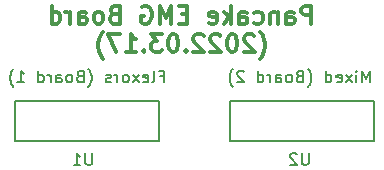
<source format=gbr>
%TF.GenerationSoftware,KiCad,Pcbnew,(6.0.4)*%
%TF.CreationDate,2022-04-14T15:14:52-05:00*%
%TF.ProjectId,Pancake_Wireless_EMG,50616e63-616b-4655-9f57-6972656c6573,rev?*%
%TF.SameCoordinates,Original*%
%TF.FileFunction,Legend,Bot*%
%TF.FilePolarity,Positive*%
%FSLAX46Y46*%
G04 Gerber Fmt 4.6, Leading zero omitted, Abs format (unit mm)*
G04 Created by KiCad (PCBNEW (6.0.4)) date 2022-04-14 15:14:52*
%MOMM*%
%LPD*%
G01*
G04 APERTURE LIST*
%ADD10C,0.300000*%
%ADD11C,0.150000*%
%ADD12C,0.200000*%
G04 APERTURE END LIST*
D10*
X158000000Y-79471071D02*
X158000000Y-77971071D01*
X157428571Y-77971071D01*
X157285714Y-78042500D01*
X157214285Y-78113928D01*
X157142857Y-78256785D01*
X157142857Y-78471071D01*
X157214285Y-78613928D01*
X157285714Y-78685357D01*
X157428571Y-78756785D01*
X158000000Y-78756785D01*
X155857142Y-79471071D02*
X155857142Y-78685357D01*
X155928571Y-78542500D01*
X156071428Y-78471071D01*
X156357142Y-78471071D01*
X156500000Y-78542500D01*
X155857142Y-79399642D02*
X156000000Y-79471071D01*
X156357142Y-79471071D01*
X156500000Y-79399642D01*
X156571428Y-79256785D01*
X156571428Y-79113928D01*
X156500000Y-78971071D01*
X156357142Y-78899642D01*
X156000000Y-78899642D01*
X155857142Y-78828214D01*
X155142857Y-78471071D02*
X155142857Y-79471071D01*
X155142857Y-78613928D02*
X155071428Y-78542500D01*
X154928571Y-78471071D01*
X154714285Y-78471071D01*
X154571428Y-78542500D01*
X154500000Y-78685357D01*
X154500000Y-79471071D01*
X153142857Y-79399642D02*
X153285714Y-79471071D01*
X153571428Y-79471071D01*
X153714285Y-79399642D01*
X153785714Y-79328214D01*
X153857142Y-79185357D01*
X153857142Y-78756785D01*
X153785714Y-78613928D01*
X153714285Y-78542500D01*
X153571428Y-78471071D01*
X153285714Y-78471071D01*
X153142857Y-78542500D01*
X151857142Y-79471071D02*
X151857142Y-78685357D01*
X151928571Y-78542500D01*
X152071428Y-78471071D01*
X152357142Y-78471071D01*
X152500000Y-78542500D01*
X151857142Y-79399642D02*
X152000000Y-79471071D01*
X152357142Y-79471071D01*
X152500000Y-79399642D01*
X152571428Y-79256785D01*
X152571428Y-79113928D01*
X152500000Y-78971071D01*
X152357142Y-78899642D01*
X152000000Y-78899642D01*
X151857142Y-78828214D01*
X151142857Y-79471071D02*
X151142857Y-77971071D01*
X151000000Y-78899642D02*
X150571428Y-79471071D01*
X150571428Y-78471071D02*
X151142857Y-79042500D01*
X149357142Y-79399642D02*
X149500000Y-79471071D01*
X149785714Y-79471071D01*
X149928571Y-79399642D01*
X150000000Y-79256785D01*
X150000000Y-78685357D01*
X149928571Y-78542500D01*
X149785714Y-78471071D01*
X149500000Y-78471071D01*
X149357142Y-78542500D01*
X149285714Y-78685357D01*
X149285714Y-78828214D01*
X150000000Y-78971071D01*
X147500000Y-78685357D02*
X147000000Y-78685357D01*
X146785714Y-79471071D02*
X147500000Y-79471071D01*
X147500000Y-77971071D01*
X146785714Y-77971071D01*
X146142857Y-79471071D02*
X146142857Y-77971071D01*
X145642857Y-79042500D01*
X145142857Y-77971071D01*
X145142857Y-79471071D01*
X143642857Y-78042500D02*
X143785714Y-77971071D01*
X144000000Y-77971071D01*
X144214285Y-78042500D01*
X144357142Y-78185357D01*
X144428571Y-78328214D01*
X144500000Y-78613928D01*
X144500000Y-78828214D01*
X144428571Y-79113928D01*
X144357142Y-79256785D01*
X144214285Y-79399642D01*
X144000000Y-79471071D01*
X143857142Y-79471071D01*
X143642857Y-79399642D01*
X143571428Y-79328214D01*
X143571428Y-78828214D01*
X143857142Y-78828214D01*
X141285714Y-78685357D02*
X141071428Y-78756785D01*
X141000000Y-78828214D01*
X140928571Y-78971071D01*
X140928571Y-79185357D01*
X141000000Y-79328214D01*
X141071428Y-79399642D01*
X141214285Y-79471071D01*
X141785714Y-79471071D01*
X141785714Y-77971071D01*
X141285714Y-77971071D01*
X141142857Y-78042500D01*
X141071428Y-78113928D01*
X141000000Y-78256785D01*
X141000000Y-78399642D01*
X141071428Y-78542500D01*
X141142857Y-78613928D01*
X141285714Y-78685357D01*
X141785714Y-78685357D01*
X140071428Y-79471071D02*
X140214285Y-79399642D01*
X140285714Y-79328214D01*
X140357142Y-79185357D01*
X140357142Y-78756785D01*
X140285714Y-78613928D01*
X140214285Y-78542500D01*
X140071428Y-78471071D01*
X139857142Y-78471071D01*
X139714285Y-78542500D01*
X139642857Y-78613928D01*
X139571428Y-78756785D01*
X139571428Y-79185357D01*
X139642857Y-79328214D01*
X139714285Y-79399642D01*
X139857142Y-79471071D01*
X140071428Y-79471071D01*
X138285714Y-79471071D02*
X138285714Y-78685357D01*
X138357142Y-78542500D01*
X138500000Y-78471071D01*
X138785714Y-78471071D01*
X138928571Y-78542500D01*
X138285714Y-79399642D02*
X138428571Y-79471071D01*
X138785714Y-79471071D01*
X138928571Y-79399642D01*
X139000000Y-79256785D01*
X139000000Y-79113928D01*
X138928571Y-78971071D01*
X138785714Y-78899642D01*
X138428571Y-78899642D01*
X138285714Y-78828214D01*
X137571428Y-79471071D02*
X137571428Y-78471071D01*
X137571428Y-78756785D02*
X137500000Y-78613928D01*
X137428571Y-78542500D01*
X137285714Y-78471071D01*
X137142857Y-78471071D01*
X136000000Y-79471071D02*
X136000000Y-77971071D01*
X136000000Y-79399642D02*
X136142857Y-79471071D01*
X136428571Y-79471071D01*
X136571428Y-79399642D01*
X136642857Y-79328214D01*
X136714285Y-79185357D01*
X136714285Y-78756785D01*
X136642857Y-78613928D01*
X136571428Y-78542500D01*
X136428571Y-78471071D01*
X136142857Y-78471071D01*
X136000000Y-78542500D01*
X153642857Y-82457500D02*
X153714285Y-82386071D01*
X153857142Y-82171785D01*
X153928571Y-82028928D01*
X154000000Y-81814642D01*
X154071428Y-81457500D01*
X154071428Y-81171785D01*
X154000000Y-80814642D01*
X153928571Y-80600357D01*
X153857142Y-80457500D01*
X153714285Y-80243214D01*
X153642857Y-80171785D01*
X153142857Y-80528928D02*
X153071428Y-80457500D01*
X152928571Y-80386071D01*
X152571428Y-80386071D01*
X152428571Y-80457500D01*
X152357142Y-80528928D01*
X152285714Y-80671785D01*
X152285714Y-80814642D01*
X152357142Y-81028928D01*
X153214285Y-81886071D01*
X152285714Y-81886071D01*
X151357142Y-80386071D02*
X151214285Y-80386071D01*
X151071428Y-80457500D01*
X151000000Y-80528928D01*
X150928571Y-80671785D01*
X150857142Y-80957500D01*
X150857142Y-81314642D01*
X150928571Y-81600357D01*
X151000000Y-81743214D01*
X151071428Y-81814642D01*
X151214285Y-81886071D01*
X151357142Y-81886071D01*
X151500000Y-81814642D01*
X151571428Y-81743214D01*
X151642857Y-81600357D01*
X151714285Y-81314642D01*
X151714285Y-80957500D01*
X151642857Y-80671785D01*
X151571428Y-80528928D01*
X151500000Y-80457500D01*
X151357142Y-80386071D01*
X150285714Y-80528928D02*
X150214285Y-80457500D01*
X150071428Y-80386071D01*
X149714285Y-80386071D01*
X149571428Y-80457500D01*
X149500000Y-80528928D01*
X149428571Y-80671785D01*
X149428571Y-80814642D01*
X149500000Y-81028928D01*
X150357142Y-81886071D01*
X149428571Y-81886071D01*
X148857142Y-80528928D02*
X148785714Y-80457500D01*
X148642857Y-80386071D01*
X148285714Y-80386071D01*
X148142857Y-80457500D01*
X148071428Y-80528928D01*
X148000000Y-80671785D01*
X148000000Y-80814642D01*
X148071428Y-81028928D01*
X148928571Y-81886071D01*
X148000000Y-81886071D01*
X147357142Y-81743214D02*
X147285714Y-81814642D01*
X147357142Y-81886071D01*
X147428571Y-81814642D01*
X147357142Y-81743214D01*
X147357142Y-81886071D01*
X146357142Y-80386071D02*
X146214285Y-80386071D01*
X146071428Y-80457500D01*
X146000000Y-80528928D01*
X145928571Y-80671785D01*
X145857142Y-80957500D01*
X145857142Y-81314642D01*
X145928571Y-81600357D01*
X146000000Y-81743214D01*
X146071428Y-81814642D01*
X146214285Y-81886071D01*
X146357142Y-81886071D01*
X146500000Y-81814642D01*
X146571428Y-81743214D01*
X146642857Y-81600357D01*
X146714285Y-81314642D01*
X146714285Y-80957500D01*
X146642857Y-80671785D01*
X146571428Y-80528928D01*
X146500000Y-80457500D01*
X146357142Y-80386071D01*
X145357142Y-80386071D02*
X144428571Y-80386071D01*
X144928571Y-80957500D01*
X144714285Y-80957500D01*
X144571428Y-81028928D01*
X144500000Y-81100357D01*
X144428571Y-81243214D01*
X144428571Y-81600357D01*
X144500000Y-81743214D01*
X144571428Y-81814642D01*
X144714285Y-81886071D01*
X145142857Y-81886071D01*
X145285714Y-81814642D01*
X145357142Y-81743214D01*
X143785714Y-81743214D02*
X143714285Y-81814642D01*
X143785714Y-81886071D01*
X143857142Y-81814642D01*
X143785714Y-81743214D01*
X143785714Y-81886071D01*
X142285714Y-81886071D02*
X143142857Y-81886071D01*
X142714285Y-81886071D02*
X142714285Y-80386071D01*
X142857142Y-80600357D01*
X143000000Y-80743214D01*
X143142857Y-80814642D01*
X141785714Y-80386071D02*
X140785714Y-80386071D01*
X141428571Y-81886071D01*
X140357142Y-82457500D02*
X140285714Y-82386071D01*
X140142857Y-82171785D01*
X140071428Y-82028928D01*
X140000000Y-81814642D01*
X139928571Y-81457500D01*
X139928571Y-81171785D01*
X140000000Y-80814642D01*
X140071428Y-80600357D01*
X140142857Y-80457500D01*
X140285714Y-80243214D01*
X140357142Y-80171785D01*
D11*
X162928571Y-84452380D02*
X162928571Y-83452380D01*
X162595238Y-84166666D01*
X162261904Y-83452380D01*
X162261904Y-84452380D01*
X161785714Y-84452380D02*
X161785714Y-83785714D01*
X161785714Y-83452380D02*
X161833333Y-83500000D01*
X161785714Y-83547619D01*
X161738095Y-83500000D01*
X161785714Y-83452380D01*
X161785714Y-83547619D01*
X161404761Y-84452380D02*
X160880952Y-83785714D01*
X161404761Y-83785714D02*
X160880952Y-84452380D01*
X160119047Y-84404761D02*
X160214285Y-84452380D01*
X160404761Y-84452380D01*
X160500000Y-84404761D01*
X160547619Y-84309523D01*
X160547619Y-83928571D01*
X160500000Y-83833333D01*
X160404761Y-83785714D01*
X160214285Y-83785714D01*
X160119047Y-83833333D01*
X160071428Y-83928571D01*
X160071428Y-84023809D01*
X160547619Y-84119047D01*
X159214285Y-84452380D02*
X159214285Y-83452380D01*
X159214285Y-84404761D02*
X159309523Y-84452380D01*
X159500000Y-84452380D01*
X159595238Y-84404761D01*
X159642857Y-84357142D01*
X159690476Y-84261904D01*
X159690476Y-83976190D01*
X159642857Y-83880952D01*
X159595238Y-83833333D01*
X159500000Y-83785714D01*
X159309523Y-83785714D01*
X159214285Y-83833333D01*
X157690476Y-84833333D02*
X157738095Y-84785714D01*
X157833333Y-84642857D01*
X157880952Y-84547619D01*
X157928571Y-84404761D01*
X157976190Y-84166666D01*
X157976190Y-83976190D01*
X157928571Y-83738095D01*
X157880952Y-83595238D01*
X157833333Y-83500000D01*
X157738095Y-83357142D01*
X157690476Y-83309523D01*
X156976190Y-83928571D02*
X156833333Y-83976190D01*
X156785714Y-84023809D01*
X156738095Y-84119047D01*
X156738095Y-84261904D01*
X156785714Y-84357142D01*
X156833333Y-84404761D01*
X156928571Y-84452380D01*
X157309523Y-84452380D01*
X157309523Y-83452380D01*
X156976190Y-83452380D01*
X156880952Y-83500000D01*
X156833333Y-83547619D01*
X156785714Y-83642857D01*
X156785714Y-83738095D01*
X156833333Y-83833333D01*
X156880952Y-83880952D01*
X156976190Y-83928571D01*
X157309523Y-83928571D01*
X156166666Y-84452380D02*
X156261904Y-84404761D01*
X156309523Y-84357142D01*
X156357142Y-84261904D01*
X156357142Y-83976190D01*
X156309523Y-83880952D01*
X156261904Y-83833333D01*
X156166666Y-83785714D01*
X156023809Y-83785714D01*
X155928571Y-83833333D01*
X155880952Y-83880952D01*
X155833333Y-83976190D01*
X155833333Y-84261904D01*
X155880952Y-84357142D01*
X155928571Y-84404761D01*
X156023809Y-84452380D01*
X156166666Y-84452380D01*
X154976190Y-84452380D02*
X154976190Y-83928571D01*
X155023809Y-83833333D01*
X155119047Y-83785714D01*
X155309523Y-83785714D01*
X155404761Y-83833333D01*
X154976190Y-84404761D02*
X155071428Y-84452380D01*
X155309523Y-84452380D01*
X155404761Y-84404761D01*
X155452380Y-84309523D01*
X155452380Y-84214285D01*
X155404761Y-84119047D01*
X155309523Y-84071428D01*
X155071428Y-84071428D01*
X154976190Y-84023809D01*
X154500000Y-84452380D02*
X154500000Y-83785714D01*
X154500000Y-83976190D02*
X154452380Y-83880952D01*
X154404761Y-83833333D01*
X154309523Y-83785714D01*
X154214285Y-83785714D01*
X153452380Y-84452380D02*
X153452380Y-83452380D01*
X153452380Y-84404761D02*
X153547619Y-84452380D01*
X153738095Y-84452380D01*
X153833333Y-84404761D01*
X153880952Y-84357142D01*
X153928571Y-84261904D01*
X153928571Y-83976190D01*
X153880952Y-83880952D01*
X153833333Y-83833333D01*
X153738095Y-83785714D01*
X153547619Y-83785714D01*
X153452380Y-83833333D01*
X152261904Y-83547619D02*
X152214285Y-83500000D01*
X152119047Y-83452380D01*
X151880952Y-83452380D01*
X151785714Y-83500000D01*
X151738095Y-83547619D01*
X151690476Y-83642857D01*
X151690476Y-83738095D01*
X151738095Y-83880952D01*
X152309523Y-84452380D01*
X151690476Y-84452380D01*
X151357142Y-84833333D02*
X151309523Y-84785714D01*
X151214285Y-84642857D01*
X151166666Y-84547619D01*
X151119047Y-84404761D01*
X151071428Y-84166666D01*
X151071428Y-83976190D01*
X151119047Y-83738095D01*
X151166666Y-83595238D01*
X151214285Y-83500000D01*
X151309523Y-83357142D01*
X151357142Y-83309523D01*
X145190476Y-83928571D02*
X145523809Y-83928571D01*
X145523809Y-84452380D02*
X145523809Y-83452380D01*
X145047619Y-83452380D01*
X144523809Y-84452380D02*
X144619047Y-84404761D01*
X144666666Y-84309523D01*
X144666666Y-83452380D01*
X143761904Y-84404761D02*
X143857142Y-84452380D01*
X144047619Y-84452380D01*
X144142857Y-84404761D01*
X144190476Y-84309523D01*
X144190476Y-83928571D01*
X144142857Y-83833333D01*
X144047619Y-83785714D01*
X143857142Y-83785714D01*
X143761904Y-83833333D01*
X143714285Y-83928571D01*
X143714285Y-84023809D01*
X144190476Y-84119047D01*
X143380952Y-84452380D02*
X142857142Y-83785714D01*
X143380952Y-83785714D02*
X142857142Y-84452380D01*
X142333333Y-84452380D02*
X142428571Y-84404761D01*
X142476190Y-84357142D01*
X142523809Y-84261904D01*
X142523809Y-83976190D01*
X142476190Y-83880952D01*
X142428571Y-83833333D01*
X142333333Y-83785714D01*
X142190476Y-83785714D01*
X142095238Y-83833333D01*
X142047619Y-83880952D01*
X142000000Y-83976190D01*
X142000000Y-84261904D01*
X142047619Y-84357142D01*
X142095238Y-84404761D01*
X142190476Y-84452380D01*
X142333333Y-84452380D01*
X141571428Y-84452380D02*
X141571428Y-83785714D01*
X141571428Y-83976190D02*
X141523809Y-83880952D01*
X141476190Y-83833333D01*
X141380952Y-83785714D01*
X141285714Y-83785714D01*
X141000000Y-84404761D02*
X140904761Y-84452380D01*
X140714285Y-84452380D01*
X140619047Y-84404761D01*
X140571428Y-84309523D01*
X140571428Y-84261904D01*
X140619047Y-84166666D01*
X140714285Y-84119047D01*
X140857142Y-84119047D01*
X140952380Y-84071428D01*
X141000000Y-83976190D01*
X141000000Y-83928571D01*
X140952380Y-83833333D01*
X140857142Y-83785714D01*
X140714285Y-83785714D01*
X140619047Y-83833333D01*
X139095238Y-84833333D02*
X139142857Y-84785714D01*
X139238095Y-84642857D01*
X139285714Y-84547619D01*
X139333333Y-84404761D01*
X139380952Y-84166666D01*
X139380952Y-83976190D01*
X139333333Y-83738095D01*
X139285714Y-83595238D01*
X139238095Y-83500000D01*
X139142857Y-83357142D01*
X139095238Y-83309523D01*
X138380952Y-83928571D02*
X138238095Y-83976190D01*
X138190476Y-84023809D01*
X138142857Y-84119047D01*
X138142857Y-84261904D01*
X138190476Y-84357142D01*
X138238095Y-84404761D01*
X138333333Y-84452380D01*
X138714285Y-84452380D01*
X138714285Y-83452380D01*
X138380952Y-83452380D01*
X138285714Y-83500000D01*
X138238095Y-83547619D01*
X138190476Y-83642857D01*
X138190476Y-83738095D01*
X138238095Y-83833333D01*
X138285714Y-83880952D01*
X138380952Y-83928571D01*
X138714285Y-83928571D01*
X137571428Y-84452380D02*
X137666666Y-84404761D01*
X137714285Y-84357142D01*
X137761904Y-84261904D01*
X137761904Y-83976190D01*
X137714285Y-83880952D01*
X137666666Y-83833333D01*
X137571428Y-83785714D01*
X137428571Y-83785714D01*
X137333333Y-83833333D01*
X137285714Y-83880952D01*
X137238095Y-83976190D01*
X137238095Y-84261904D01*
X137285714Y-84357142D01*
X137333333Y-84404761D01*
X137428571Y-84452380D01*
X137571428Y-84452380D01*
X136380952Y-84452380D02*
X136380952Y-83928571D01*
X136428571Y-83833333D01*
X136523809Y-83785714D01*
X136714285Y-83785714D01*
X136809523Y-83833333D01*
X136380952Y-84404761D02*
X136476190Y-84452380D01*
X136714285Y-84452380D01*
X136809523Y-84404761D01*
X136857142Y-84309523D01*
X136857142Y-84214285D01*
X136809523Y-84119047D01*
X136714285Y-84071428D01*
X136476190Y-84071428D01*
X136380952Y-84023809D01*
X135904761Y-84452380D02*
X135904761Y-83785714D01*
X135904761Y-83976190D02*
X135857142Y-83880952D01*
X135809523Y-83833333D01*
X135714285Y-83785714D01*
X135619047Y-83785714D01*
X134857142Y-84452380D02*
X134857142Y-83452380D01*
X134857142Y-84404761D02*
X134952380Y-84452380D01*
X135142857Y-84452380D01*
X135238095Y-84404761D01*
X135285714Y-84357142D01*
X135333333Y-84261904D01*
X135333333Y-83976190D01*
X135285714Y-83880952D01*
X135238095Y-83833333D01*
X135142857Y-83785714D01*
X134952380Y-83785714D01*
X134857142Y-83833333D01*
X133095238Y-84452380D02*
X133666666Y-84452380D01*
X133380952Y-84452380D02*
X133380952Y-83452380D01*
X133476190Y-83595238D01*
X133571428Y-83690476D01*
X133666666Y-83738095D01*
X132761904Y-84833333D02*
X132714285Y-84785714D01*
X132619047Y-84642857D01*
X132571428Y-84547619D01*
X132523809Y-84404761D01*
X132476190Y-84166666D01*
X132476190Y-83976190D01*
X132523809Y-83738095D01*
X132571428Y-83595238D01*
X132619047Y-83500000D01*
X132714285Y-83357142D01*
X132761904Y-83309523D01*
%TO.C,U2*%
X157761904Y-90452380D02*
X157761904Y-91261904D01*
X157714285Y-91357142D01*
X157666666Y-91404761D01*
X157571428Y-91452380D01*
X157380952Y-91452380D01*
X157285714Y-91404761D01*
X157238095Y-91357142D01*
X157190476Y-91261904D01*
X157190476Y-90452380D01*
X156761904Y-90547619D02*
X156714285Y-90500000D01*
X156619047Y-90452380D01*
X156380952Y-90452380D01*
X156285714Y-90500000D01*
X156238095Y-90547619D01*
X156190476Y-90642857D01*
X156190476Y-90738095D01*
X156238095Y-90880952D01*
X156809523Y-91452380D01*
X156190476Y-91452380D01*
%TO.C,U1*%
X139421904Y-90452380D02*
X139421904Y-91261904D01*
X139374285Y-91357142D01*
X139326666Y-91404761D01*
X139231428Y-91452380D01*
X139040952Y-91452380D01*
X138945714Y-91404761D01*
X138898095Y-91357142D01*
X138850476Y-91261904D01*
X138850476Y-90452380D01*
X137850476Y-91452380D02*
X138421904Y-91452380D01*
X138136190Y-91452380D02*
X138136190Y-90452380D01*
X138231428Y-90595238D01*
X138326666Y-90690476D01*
X138421904Y-90738095D01*
D12*
%TO.C,U2*%
X163260000Y-86015000D02*
X151100000Y-86015000D01*
X151100000Y-86015000D02*
X151100000Y-89435000D01*
X151100000Y-89435000D02*
X163260000Y-89435000D01*
X163260000Y-89435000D02*
X163260000Y-86015000D01*
%TO.C,U1*%
X145060000Y-86015000D02*
X132900000Y-86015000D01*
X132900000Y-86015000D02*
X132900000Y-89435000D01*
X132900000Y-89435000D02*
X145060000Y-89435000D01*
X145060000Y-89435000D02*
X145060000Y-86015000D01*
%TD*%
M02*

</source>
